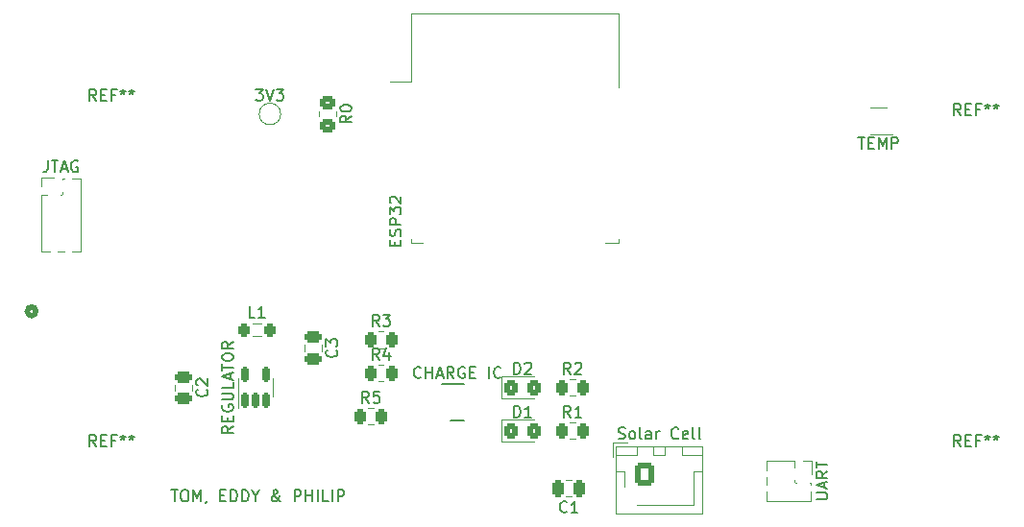
<source format=gto>
G04 #@! TF.GenerationSoftware,KiCad,Pcbnew,7.0.10*
G04 #@! TF.CreationDate,2024-04-08T00:43:02-04:00*
G04 #@! TF.ProjectId,JokerIteration1,4a6f6b65-7249-4746-9572-6174696f6e31,rev?*
G04 #@! TF.SameCoordinates,Original*
G04 #@! TF.FileFunction,Legend,Top*
G04 #@! TF.FilePolarity,Positive*
%FSLAX46Y46*%
G04 Gerber Fmt 4.6, Leading zero omitted, Abs format (unit mm)*
G04 Created by KiCad (PCBNEW 7.0.10) date 2024-04-08 00:43:02*
%MOMM*%
%LPD*%
G01*
G04 APERTURE LIST*
G04 Aperture macros list*
%AMRoundRect*
0 Rectangle with rounded corners*
0 $1 Rounding radius*
0 $2 $3 $4 $5 $6 $7 $8 $9 X,Y pos of 4 corners*
0 Add a 4 corners polygon primitive as box body*
4,1,4,$2,$3,$4,$5,$6,$7,$8,$9,$2,$3,0*
0 Add four circle primitives for the rounded corners*
1,1,$1+$1,$2,$3*
1,1,$1+$1,$4,$5*
1,1,$1+$1,$6,$7*
1,1,$1+$1,$8,$9*
0 Add four rect primitives between the rounded corners*
20,1,$1+$1,$2,$3,$4,$5,0*
20,1,$1+$1,$4,$5,$6,$7,0*
20,1,$1+$1,$6,$7,$8,$9,0*
20,1,$1+$1,$8,$9,$2,$3,0*%
G04 Aperture macros list end*
%ADD10C,0.150000*%
%ADD11C,0.508000*%
%ADD12C,0.120000*%
%ADD13C,2.387600*%
%ADD14C,1.200000*%
%ADD15RoundRect,0.250000X-0.600000X-0.750000X0.600000X-0.750000X0.600000X0.750000X-0.600000X0.750000X0*%
%ADD16O,1.700000X2.000000*%
%ADD17RoundRect,0.250000X0.250000X0.475000X-0.250000X0.475000X-0.250000X-0.475000X0.250000X-0.475000X0*%
%ADD18R,1.000000X1.000000*%
%ADD19O,1.000000X1.000000*%
%ADD20RoundRect,0.250000X-0.262500X-0.450000X0.262500X-0.450000X0.262500X0.450000X-0.262500X0.450000X0*%
%ADD21R,0.500000X0.250000*%
%ADD22R,0.840000X2.400000*%
%ADD23R,0.650000X0.400000*%
%ADD24RoundRect,0.250000X-0.325000X-0.450000X0.325000X-0.450000X0.325000X0.450000X-0.325000X0.450000X0*%
%ADD25C,3.800000*%
%ADD26RoundRect,0.250000X-0.475000X0.250000X-0.475000X-0.250000X0.475000X-0.250000X0.475000X0.250000X0*%
%ADD27C,1.500000*%
%ADD28RoundRect,0.250000X-0.450000X0.350000X-0.450000X-0.350000X0.450000X-0.350000X0.450000X0.350000X0*%
%ADD29RoundRect,0.150000X0.150000X-0.512500X0.150000X0.512500X-0.150000X0.512500X-0.150000X-0.512500X0*%
%ADD30R,1.500000X0.900000*%
%ADD31R,4.000000X4.000000*%
%ADD32RoundRect,0.250000X-0.275000X-0.350000X0.275000X-0.350000X0.275000X0.350000X-0.275000X0.350000X0*%
G04 APERTURE END LIST*
D10*
X85283922Y-122059819D02*
X85855350Y-122059819D01*
X85569636Y-123059819D02*
X85569636Y-122059819D01*
X86379160Y-122059819D02*
X86569636Y-122059819D01*
X86569636Y-122059819D02*
X86664874Y-122107438D01*
X86664874Y-122107438D02*
X86760112Y-122202676D01*
X86760112Y-122202676D02*
X86807731Y-122393152D01*
X86807731Y-122393152D02*
X86807731Y-122726485D01*
X86807731Y-122726485D02*
X86760112Y-122916961D01*
X86760112Y-122916961D02*
X86664874Y-123012200D01*
X86664874Y-123012200D02*
X86569636Y-123059819D01*
X86569636Y-123059819D02*
X86379160Y-123059819D01*
X86379160Y-123059819D02*
X86283922Y-123012200D01*
X86283922Y-123012200D02*
X86188684Y-122916961D01*
X86188684Y-122916961D02*
X86141065Y-122726485D01*
X86141065Y-122726485D02*
X86141065Y-122393152D01*
X86141065Y-122393152D02*
X86188684Y-122202676D01*
X86188684Y-122202676D02*
X86283922Y-122107438D01*
X86283922Y-122107438D02*
X86379160Y-122059819D01*
X87236303Y-123059819D02*
X87236303Y-122059819D01*
X87236303Y-122059819D02*
X87569636Y-122774104D01*
X87569636Y-122774104D02*
X87902969Y-122059819D01*
X87902969Y-122059819D02*
X87902969Y-123059819D01*
X88426779Y-123012200D02*
X88426779Y-123059819D01*
X88426779Y-123059819D02*
X88379160Y-123155057D01*
X88379160Y-123155057D02*
X88331541Y-123202676D01*
X89617255Y-122536009D02*
X89950588Y-122536009D01*
X90093445Y-123059819D02*
X89617255Y-123059819D01*
X89617255Y-123059819D02*
X89617255Y-122059819D01*
X89617255Y-122059819D02*
X90093445Y-122059819D01*
X90522017Y-123059819D02*
X90522017Y-122059819D01*
X90522017Y-122059819D02*
X90760112Y-122059819D01*
X90760112Y-122059819D02*
X90902969Y-122107438D01*
X90902969Y-122107438D02*
X90998207Y-122202676D01*
X90998207Y-122202676D02*
X91045826Y-122297914D01*
X91045826Y-122297914D02*
X91093445Y-122488390D01*
X91093445Y-122488390D02*
X91093445Y-122631247D01*
X91093445Y-122631247D02*
X91045826Y-122821723D01*
X91045826Y-122821723D02*
X90998207Y-122916961D01*
X90998207Y-122916961D02*
X90902969Y-123012200D01*
X90902969Y-123012200D02*
X90760112Y-123059819D01*
X90760112Y-123059819D02*
X90522017Y-123059819D01*
X91522017Y-123059819D02*
X91522017Y-122059819D01*
X91522017Y-122059819D02*
X91760112Y-122059819D01*
X91760112Y-122059819D02*
X91902969Y-122107438D01*
X91902969Y-122107438D02*
X91998207Y-122202676D01*
X91998207Y-122202676D02*
X92045826Y-122297914D01*
X92045826Y-122297914D02*
X92093445Y-122488390D01*
X92093445Y-122488390D02*
X92093445Y-122631247D01*
X92093445Y-122631247D02*
X92045826Y-122821723D01*
X92045826Y-122821723D02*
X91998207Y-122916961D01*
X91998207Y-122916961D02*
X91902969Y-123012200D01*
X91902969Y-123012200D02*
X91760112Y-123059819D01*
X91760112Y-123059819D02*
X91522017Y-123059819D01*
X92712493Y-122583628D02*
X92712493Y-123059819D01*
X92379160Y-122059819D02*
X92712493Y-122583628D01*
X92712493Y-122583628D02*
X93045826Y-122059819D01*
X94950589Y-123059819D02*
X94902970Y-123059819D01*
X94902970Y-123059819D02*
X94807731Y-123012200D01*
X94807731Y-123012200D02*
X94664874Y-122869342D01*
X94664874Y-122869342D02*
X94426779Y-122583628D01*
X94426779Y-122583628D02*
X94331541Y-122440771D01*
X94331541Y-122440771D02*
X94283922Y-122297914D01*
X94283922Y-122297914D02*
X94283922Y-122202676D01*
X94283922Y-122202676D02*
X94331541Y-122107438D01*
X94331541Y-122107438D02*
X94426779Y-122059819D01*
X94426779Y-122059819D02*
X94474398Y-122059819D01*
X94474398Y-122059819D02*
X94569636Y-122107438D01*
X94569636Y-122107438D02*
X94617255Y-122202676D01*
X94617255Y-122202676D02*
X94617255Y-122250295D01*
X94617255Y-122250295D02*
X94569636Y-122345533D01*
X94569636Y-122345533D02*
X94522017Y-122393152D01*
X94522017Y-122393152D02*
X94236303Y-122583628D01*
X94236303Y-122583628D02*
X94188684Y-122631247D01*
X94188684Y-122631247D02*
X94141065Y-122726485D01*
X94141065Y-122726485D02*
X94141065Y-122869342D01*
X94141065Y-122869342D02*
X94188684Y-122964580D01*
X94188684Y-122964580D02*
X94236303Y-123012200D01*
X94236303Y-123012200D02*
X94331541Y-123059819D01*
X94331541Y-123059819D02*
X94474398Y-123059819D01*
X94474398Y-123059819D02*
X94569636Y-123012200D01*
X94569636Y-123012200D02*
X94617255Y-122964580D01*
X94617255Y-122964580D02*
X94760112Y-122774104D01*
X94760112Y-122774104D02*
X94807731Y-122631247D01*
X94807731Y-122631247D02*
X94807731Y-122536009D01*
X96141065Y-123059819D02*
X96141065Y-122059819D01*
X96141065Y-122059819D02*
X96522017Y-122059819D01*
X96522017Y-122059819D02*
X96617255Y-122107438D01*
X96617255Y-122107438D02*
X96664874Y-122155057D01*
X96664874Y-122155057D02*
X96712493Y-122250295D01*
X96712493Y-122250295D02*
X96712493Y-122393152D01*
X96712493Y-122393152D02*
X96664874Y-122488390D01*
X96664874Y-122488390D02*
X96617255Y-122536009D01*
X96617255Y-122536009D02*
X96522017Y-122583628D01*
X96522017Y-122583628D02*
X96141065Y-122583628D01*
X97141065Y-123059819D02*
X97141065Y-122059819D01*
X97141065Y-122536009D02*
X97712493Y-122536009D01*
X97712493Y-123059819D02*
X97712493Y-122059819D01*
X98188684Y-123059819D02*
X98188684Y-122059819D01*
X99141064Y-123059819D02*
X98664874Y-123059819D01*
X98664874Y-123059819D02*
X98664874Y-122059819D01*
X99474398Y-123059819D02*
X99474398Y-122059819D01*
X99950588Y-123059819D02*
X99950588Y-122059819D01*
X99950588Y-122059819D02*
X100331540Y-122059819D01*
X100331540Y-122059819D02*
X100426778Y-122107438D01*
X100426778Y-122107438D02*
X100474397Y-122155057D01*
X100474397Y-122155057D02*
X100522016Y-122250295D01*
X100522016Y-122250295D02*
X100522016Y-122393152D01*
X100522016Y-122393152D02*
X100474397Y-122488390D01*
X100474397Y-122488390D02*
X100426778Y-122536009D01*
X100426778Y-122536009D02*
X100331540Y-122583628D01*
X100331540Y-122583628D02*
X99950588Y-122583628D01*
X124694761Y-117507200D02*
X124837618Y-117554819D01*
X124837618Y-117554819D02*
X125075713Y-117554819D01*
X125075713Y-117554819D02*
X125170951Y-117507200D01*
X125170951Y-117507200D02*
X125218570Y-117459580D01*
X125218570Y-117459580D02*
X125266189Y-117364342D01*
X125266189Y-117364342D02*
X125266189Y-117269104D01*
X125266189Y-117269104D02*
X125218570Y-117173866D01*
X125218570Y-117173866D02*
X125170951Y-117126247D01*
X125170951Y-117126247D02*
X125075713Y-117078628D01*
X125075713Y-117078628D02*
X124885237Y-117031009D01*
X124885237Y-117031009D02*
X124789999Y-116983390D01*
X124789999Y-116983390D02*
X124742380Y-116935771D01*
X124742380Y-116935771D02*
X124694761Y-116840533D01*
X124694761Y-116840533D02*
X124694761Y-116745295D01*
X124694761Y-116745295D02*
X124742380Y-116650057D01*
X124742380Y-116650057D02*
X124789999Y-116602438D01*
X124789999Y-116602438D02*
X124885237Y-116554819D01*
X124885237Y-116554819D02*
X125123332Y-116554819D01*
X125123332Y-116554819D02*
X125266189Y-116602438D01*
X125837618Y-117554819D02*
X125742380Y-117507200D01*
X125742380Y-117507200D02*
X125694761Y-117459580D01*
X125694761Y-117459580D02*
X125647142Y-117364342D01*
X125647142Y-117364342D02*
X125647142Y-117078628D01*
X125647142Y-117078628D02*
X125694761Y-116983390D01*
X125694761Y-116983390D02*
X125742380Y-116935771D01*
X125742380Y-116935771D02*
X125837618Y-116888152D01*
X125837618Y-116888152D02*
X125980475Y-116888152D01*
X125980475Y-116888152D02*
X126075713Y-116935771D01*
X126075713Y-116935771D02*
X126123332Y-116983390D01*
X126123332Y-116983390D02*
X126170951Y-117078628D01*
X126170951Y-117078628D02*
X126170951Y-117364342D01*
X126170951Y-117364342D02*
X126123332Y-117459580D01*
X126123332Y-117459580D02*
X126075713Y-117507200D01*
X126075713Y-117507200D02*
X125980475Y-117554819D01*
X125980475Y-117554819D02*
X125837618Y-117554819D01*
X126742380Y-117554819D02*
X126647142Y-117507200D01*
X126647142Y-117507200D02*
X126599523Y-117411961D01*
X126599523Y-117411961D02*
X126599523Y-116554819D01*
X127551904Y-117554819D02*
X127551904Y-117031009D01*
X127551904Y-117031009D02*
X127504285Y-116935771D01*
X127504285Y-116935771D02*
X127409047Y-116888152D01*
X127409047Y-116888152D02*
X127218571Y-116888152D01*
X127218571Y-116888152D02*
X127123333Y-116935771D01*
X127551904Y-117507200D02*
X127456666Y-117554819D01*
X127456666Y-117554819D02*
X127218571Y-117554819D01*
X127218571Y-117554819D02*
X127123333Y-117507200D01*
X127123333Y-117507200D02*
X127075714Y-117411961D01*
X127075714Y-117411961D02*
X127075714Y-117316723D01*
X127075714Y-117316723D02*
X127123333Y-117221485D01*
X127123333Y-117221485D02*
X127218571Y-117173866D01*
X127218571Y-117173866D02*
X127456666Y-117173866D01*
X127456666Y-117173866D02*
X127551904Y-117126247D01*
X128028095Y-117554819D02*
X128028095Y-116888152D01*
X128028095Y-117078628D02*
X128075714Y-116983390D01*
X128075714Y-116983390D02*
X128123333Y-116935771D01*
X128123333Y-116935771D02*
X128218571Y-116888152D01*
X128218571Y-116888152D02*
X128313809Y-116888152D01*
X129980476Y-117459580D02*
X129932857Y-117507200D01*
X129932857Y-117507200D02*
X129790000Y-117554819D01*
X129790000Y-117554819D02*
X129694762Y-117554819D01*
X129694762Y-117554819D02*
X129551905Y-117507200D01*
X129551905Y-117507200D02*
X129456667Y-117411961D01*
X129456667Y-117411961D02*
X129409048Y-117316723D01*
X129409048Y-117316723D02*
X129361429Y-117126247D01*
X129361429Y-117126247D02*
X129361429Y-116983390D01*
X129361429Y-116983390D02*
X129409048Y-116792914D01*
X129409048Y-116792914D02*
X129456667Y-116697676D01*
X129456667Y-116697676D02*
X129551905Y-116602438D01*
X129551905Y-116602438D02*
X129694762Y-116554819D01*
X129694762Y-116554819D02*
X129790000Y-116554819D01*
X129790000Y-116554819D02*
X129932857Y-116602438D01*
X129932857Y-116602438D02*
X129980476Y-116650057D01*
X130790000Y-117507200D02*
X130694762Y-117554819D01*
X130694762Y-117554819D02*
X130504286Y-117554819D01*
X130504286Y-117554819D02*
X130409048Y-117507200D01*
X130409048Y-117507200D02*
X130361429Y-117411961D01*
X130361429Y-117411961D02*
X130361429Y-117031009D01*
X130361429Y-117031009D02*
X130409048Y-116935771D01*
X130409048Y-116935771D02*
X130504286Y-116888152D01*
X130504286Y-116888152D02*
X130694762Y-116888152D01*
X130694762Y-116888152D02*
X130790000Y-116935771D01*
X130790000Y-116935771D02*
X130837619Y-117031009D01*
X130837619Y-117031009D02*
X130837619Y-117126247D01*
X130837619Y-117126247D02*
X130361429Y-117221485D01*
X131409048Y-117554819D02*
X131313810Y-117507200D01*
X131313810Y-117507200D02*
X131266191Y-117411961D01*
X131266191Y-117411961D02*
X131266191Y-116554819D01*
X131932858Y-117554819D02*
X131837620Y-117507200D01*
X131837620Y-117507200D02*
X131790001Y-117411961D01*
X131790001Y-117411961D02*
X131790001Y-116554819D01*
X120163333Y-123959580D02*
X120115714Y-124007200D01*
X120115714Y-124007200D02*
X119972857Y-124054819D01*
X119972857Y-124054819D02*
X119877619Y-124054819D01*
X119877619Y-124054819D02*
X119734762Y-124007200D01*
X119734762Y-124007200D02*
X119639524Y-123911961D01*
X119639524Y-123911961D02*
X119591905Y-123816723D01*
X119591905Y-123816723D02*
X119544286Y-123626247D01*
X119544286Y-123626247D02*
X119544286Y-123483390D01*
X119544286Y-123483390D02*
X119591905Y-123292914D01*
X119591905Y-123292914D02*
X119639524Y-123197676D01*
X119639524Y-123197676D02*
X119734762Y-123102438D01*
X119734762Y-123102438D02*
X119877619Y-123054819D01*
X119877619Y-123054819D02*
X119972857Y-123054819D01*
X119972857Y-123054819D02*
X120115714Y-123102438D01*
X120115714Y-123102438D02*
X120163333Y-123150057D01*
X121115714Y-124054819D02*
X120544286Y-124054819D01*
X120830000Y-124054819D02*
X120830000Y-123054819D01*
X120830000Y-123054819D02*
X120734762Y-123197676D01*
X120734762Y-123197676D02*
X120639524Y-123292914D01*
X120639524Y-123292914D02*
X120544286Y-123340533D01*
X142119819Y-122880237D02*
X142929342Y-122880237D01*
X142929342Y-122880237D02*
X143024580Y-122832618D01*
X143024580Y-122832618D02*
X143072200Y-122784999D01*
X143072200Y-122784999D02*
X143119819Y-122689761D01*
X143119819Y-122689761D02*
X143119819Y-122499285D01*
X143119819Y-122499285D02*
X143072200Y-122404047D01*
X143072200Y-122404047D02*
X143024580Y-122356428D01*
X143024580Y-122356428D02*
X142929342Y-122308809D01*
X142929342Y-122308809D02*
X142119819Y-122308809D01*
X142834104Y-121880237D02*
X142834104Y-121404047D01*
X143119819Y-121975475D02*
X142119819Y-121642142D01*
X142119819Y-121642142D02*
X143119819Y-121308809D01*
X143119819Y-120404047D02*
X142643628Y-120737380D01*
X143119819Y-120975475D02*
X142119819Y-120975475D01*
X142119819Y-120975475D02*
X142119819Y-120594523D01*
X142119819Y-120594523D02*
X142167438Y-120499285D01*
X142167438Y-120499285D02*
X142215057Y-120451666D01*
X142215057Y-120451666D02*
X142310295Y-120404047D01*
X142310295Y-120404047D02*
X142453152Y-120404047D01*
X142453152Y-120404047D02*
X142548390Y-120451666D01*
X142548390Y-120451666D02*
X142596009Y-120499285D01*
X142596009Y-120499285D02*
X142643628Y-120594523D01*
X142643628Y-120594523D02*
X142643628Y-120975475D01*
X142119819Y-120118332D02*
X142119819Y-119546904D01*
X143119819Y-119832618D02*
X142119819Y-119832618D01*
X103615833Y-110564819D02*
X103282500Y-110088628D01*
X103044405Y-110564819D02*
X103044405Y-109564819D01*
X103044405Y-109564819D02*
X103425357Y-109564819D01*
X103425357Y-109564819D02*
X103520595Y-109612438D01*
X103520595Y-109612438D02*
X103568214Y-109660057D01*
X103568214Y-109660057D02*
X103615833Y-109755295D01*
X103615833Y-109755295D02*
X103615833Y-109898152D01*
X103615833Y-109898152D02*
X103568214Y-109993390D01*
X103568214Y-109993390D02*
X103520595Y-110041009D01*
X103520595Y-110041009D02*
X103425357Y-110088628D01*
X103425357Y-110088628D02*
X103044405Y-110088628D01*
X104472976Y-109898152D02*
X104472976Y-110564819D01*
X104234881Y-109517200D02*
X103996786Y-110231485D01*
X103996786Y-110231485D02*
X104615833Y-110231485D01*
X107275714Y-112109580D02*
X107228095Y-112157200D01*
X107228095Y-112157200D02*
X107085238Y-112204819D01*
X107085238Y-112204819D02*
X106990000Y-112204819D01*
X106990000Y-112204819D02*
X106847143Y-112157200D01*
X106847143Y-112157200D02*
X106751905Y-112061961D01*
X106751905Y-112061961D02*
X106704286Y-111966723D01*
X106704286Y-111966723D02*
X106656667Y-111776247D01*
X106656667Y-111776247D02*
X106656667Y-111633390D01*
X106656667Y-111633390D02*
X106704286Y-111442914D01*
X106704286Y-111442914D02*
X106751905Y-111347676D01*
X106751905Y-111347676D02*
X106847143Y-111252438D01*
X106847143Y-111252438D02*
X106990000Y-111204819D01*
X106990000Y-111204819D02*
X107085238Y-111204819D01*
X107085238Y-111204819D02*
X107228095Y-111252438D01*
X107228095Y-111252438D02*
X107275714Y-111300057D01*
X107704286Y-112204819D02*
X107704286Y-111204819D01*
X107704286Y-111681009D02*
X108275714Y-111681009D01*
X108275714Y-112204819D02*
X108275714Y-111204819D01*
X108704286Y-111919104D02*
X109180476Y-111919104D01*
X108609048Y-112204819D02*
X108942381Y-111204819D01*
X108942381Y-111204819D02*
X109275714Y-112204819D01*
X110180476Y-112204819D02*
X109847143Y-111728628D01*
X109609048Y-112204819D02*
X109609048Y-111204819D01*
X109609048Y-111204819D02*
X109990000Y-111204819D01*
X109990000Y-111204819D02*
X110085238Y-111252438D01*
X110085238Y-111252438D02*
X110132857Y-111300057D01*
X110132857Y-111300057D02*
X110180476Y-111395295D01*
X110180476Y-111395295D02*
X110180476Y-111538152D01*
X110180476Y-111538152D02*
X110132857Y-111633390D01*
X110132857Y-111633390D02*
X110085238Y-111681009D01*
X110085238Y-111681009D02*
X109990000Y-111728628D01*
X109990000Y-111728628D02*
X109609048Y-111728628D01*
X111132857Y-111252438D02*
X111037619Y-111204819D01*
X111037619Y-111204819D02*
X110894762Y-111204819D01*
X110894762Y-111204819D02*
X110751905Y-111252438D01*
X110751905Y-111252438D02*
X110656667Y-111347676D01*
X110656667Y-111347676D02*
X110609048Y-111442914D01*
X110609048Y-111442914D02*
X110561429Y-111633390D01*
X110561429Y-111633390D02*
X110561429Y-111776247D01*
X110561429Y-111776247D02*
X110609048Y-111966723D01*
X110609048Y-111966723D02*
X110656667Y-112061961D01*
X110656667Y-112061961D02*
X110751905Y-112157200D01*
X110751905Y-112157200D02*
X110894762Y-112204819D01*
X110894762Y-112204819D02*
X110990000Y-112204819D01*
X110990000Y-112204819D02*
X111132857Y-112157200D01*
X111132857Y-112157200D02*
X111180476Y-112109580D01*
X111180476Y-112109580D02*
X111180476Y-111776247D01*
X111180476Y-111776247D02*
X110990000Y-111776247D01*
X111609048Y-111681009D02*
X111942381Y-111681009D01*
X112085238Y-112204819D02*
X111609048Y-112204819D01*
X111609048Y-112204819D02*
X111609048Y-111204819D01*
X111609048Y-111204819D02*
X112085238Y-111204819D01*
X113275715Y-112204819D02*
X113275715Y-111204819D01*
X114323333Y-112109580D02*
X114275714Y-112157200D01*
X114275714Y-112157200D02*
X114132857Y-112204819D01*
X114132857Y-112204819D02*
X114037619Y-112204819D01*
X114037619Y-112204819D02*
X113894762Y-112157200D01*
X113894762Y-112157200D02*
X113799524Y-112061961D01*
X113799524Y-112061961D02*
X113751905Y-111966723D01*
X113751905Y-111966723D02*
X113704286Y-111776247D01*
X113704286Y-111776247D02*
X113704286Y-111633390D01*
X113704286Y-111633390D02*
X113751905Y-111442914D01*
X113751905Y-111442914D02*
X113799524Y-111347676D01*
X113799524Y-111347676D02*
X113894762Y-111252438D01*
X113894762Y-111252438D02*
X114037619Y-111204819D01*
X114037619Y-111204819D02*
X114132857Y-111204819D01*
X114132857Y-111204819D02*
X114275714Y-111252438D01*
X114275714Y-111252438D02*
X114323333Y-111300057D01*
X74398333Y-93009819D02*
X74398333Y-93724104D01*
X74398333Y-93724104D02*
X74350714Y-93866961D01*
X74350714Y-93866961D02*
X74255476Y-93962200D01*
X74255476Y-93962200D02*
X74112619Y-94009819D01*
X74112619Y-94009819D02*
X74017381Y-94009819D01*
X74731667Y-93009819D02*
X75303095Y-93009819D01*
X75017381Y-94009819D02*
X75017381Y-93009819D01*
X75588810Y-93724104D02*
X76065000Y-93724104D01*
X75493572Y-94009819D02*
X75826905Y-93009819D01*
X75826905Y-93009819D02*
X76160238Y-94009819D01*
X77017381Y-93057438D02*
X76922143Y-93009819D01*
X76922143Y-93009819D02*
X76779286Y-93009819D01*
X76779286Y-93009819D02*
X76636429Y-93057438D01*
X76636429Y-93057438D02*
X76541191Y-93152676D01*
X76541191Y-93152676D02*
X76493572Y-93247914D01*
X76493572Y-93247914D02*
X76445953Y-93438390D01*
X76445953Y-93438390D02*
X76445953Y-93581247D01*
X76445953Y-93581247D02*
X76493572Y-93771723D01*
X76493572Y-93771723D02*
X76541191Y-93866961D01*
X76541191Y-93866961D02*
X76636429Y-93962200D01*
X76636429Y-93962200D02*
X76779286Y-94009819D01*
X76779286Y-94009819D02*
X76874524Y-94009819D01*
X76874524Y-94009819D02*
X77017381Y-93962200D01*
X77017381Y-93962200D02*
X77065000Y-93914580D01*
X77065000Y-93914580D02*
X77065000Y-93581247D01*
X77065000Y-93581247D02*
X76874524Y-93581247D01*
X145830476Y-90974819D02*
X146401904Y-90974819D01*
X146116190Y-91974819D02*
X146116190Y-90974819D01*
X146735238Y-91451009D02*
X147068571Y-91451009D01*
X147211428Y-91974819D02*
X146735238Y-91974819D01*
X146735238Y-91974819D02*
X146735238Y-90974819D01*
X146735238Y-90974819D02*
X147211428Y-90974819D01*
X147640000Y-91974819D02*
X147640000Y-90974819D01*
X147640000Y-90974819D02*
X147973333Y-91689104D01*
X147973333Y-91689104D02*
X148306666Y-90974819D01*
X148306666Y-90974819D02*
X148306666Y-91974819D01*
X148782857Y-91974819D02*
X148782857Y-90974819D01*
X148782857Y-90974819D02*
X149163809Y-90974819D01*
X149163809Y-90974819D02*
X149259047Y-91022438D01*
X149259047Y-91022438D02*
X149306666Y-91070057D01*
X149306666Y-91070057D02*
X149354285Y-91165295D01*
X149354285Y-91165295D02*
X149354285Y-91308152D01*
X149354285Y-91308152D02*
X149306666Y-91403390D01*
X149306666Y-91403390D02*
X149259047Y-91451009D01*
X149259047Y-91451009D02*
X149163809Y-91498628D01*
X149163809Y-91498628D02*
X148782857Y-91498628D01*
X115499405Y-115644819D02*
X115499405Y-114644819D01*
X115499405Y-114644819D02*
X115737500Y-114644819D01*
X115737500Y-114644819D02*
X115880357Y-114692438D01*
X115880357Y-114692438D02*
X115975595Y-114787676D01*
X115975595Y-114787676D02*
X116023214Y-114882914D01*
X116023214Y-114882914D02*
X116070833Y-115073390D01*
X116070833Y-115073390D02*
X116070833Y-115216247D01*
X116070833Y-115216247D02*
X116023214Y-115406723D01*
X116023214Y-115406723D02*
X115975595Y-115501961D01*
X115975595Y-115501961D02*
X115880357Y-115597200D01*
X115880357Y-115597200D02*
X115737500Y-115644819D01*
X115737500Y-115644819D02*
X115499405Y-115644819D01*
X117023214Y-115644819D02*
X116451786Y-115644819D01*
X116737500Y-115644819D02*
X116737500Y-114644819D01*
X116737500Y-114644819D02*
X116642262Y-114787676D01*
X116642262Y-114787676D02*
X116547024Y-114882914D01*
X116547024Y-114882914D02*
X116451786Y-114930533D01*
X78676666Y-118204819D02*
X78343333Y-117728628D01*
X78105238Y-118204819D02*
X78105238Y-117204819D01*
X78105238Y-117204819D02*
X78486190Y-117204819D01*
X78486190Y-117204819D02*
X78581428Y-117252438D01*
X78581428Y-117252438D02*
X78629047Y-117300057D01*
X78629047Y-117300057D02*
X78676666Y-117395295D01*
X78676666Y-117395295D02*
X78676666Y-117538152D01*
X78676666Y-117538152D02*
X78629047Y-117633390D01*
X78629047Y-117633390D02*
X78581428Y-117681009D01*
X78581428Y-117681009D02*
X78486190Y-117728628D01*
X78486190Y-117728628D02*
X78105238Y-117728628D01*
X79105238Y-117681009D02*
X79438571Y-117681009D01*
X79581428Y-118204819D02*
X79105238Y-118204819D01*
X79105238Y-118204819D02*
X79105238Y-117204819D01*
X79105238Y-117204819D02*
X79581428Y-117204819D01*
X80343333Y-117681009D02*
X80010000Y-117681009D01*
X80010000Y-118204819D02*
X80010000Y-117204819D01*
X80010000Y-117204819D02*
X80486190Y-117204819D01*
X81010000Y-117204819D02*
X81010000Y-117442914D01*
X80771905Y-117347676D02*
X81010000Y-117442914D01*
X81010000Y-117442914D02*
X81248095Y-117347676D01*
X80867143Y-117633390D02*
X81010000Y-117442914D01*
X81010000Y-117442914D02*
X81152857Y-117633390D01*
X81771905Y-117204819D02*
X81771905Y-117442914D01*
X81533810Y-117347676D02*
X81771905Y-117442914D01*
X81771905Y-117442914D02*
X82010000Y-117347676D01*
X81629048Y-117633390D02*
X81771905Y-117442914D01*
X81771905Y-117442914D02*
X81914762Y-117633390D01*
X154876666Y-118204819D02*
X154543333Y-117728628D01*
X154305238Y-118204819D02*
X154305238Y-117204819D01*
X154305238Y-117204819D02*
X154686190Y-117204819D01*
X154686190Y-117204819D02*
X154781428Y-117252438D01*
X154781428Y-117252438D02*
X154829047Y-117300057D01*
X154829047Y-117300057D02*
X154876666Y-117395295D01*
X154876666Y-117395295D02*
X154876666Y-117538152D01*
X154876666Y-117538152D02*
X154829047Y-117633390D01*
X154829047Y-117633390D02*
X154781428Y-117681009D01*
X154781428Y-117681009D02*
X154686190Y-117728628D01*
X154686190Y-117728628D02*
X154305238Y-117728628D01*
X155305238Y-117681009D02*
X155638571Y-117681009D01*
X155781428Y-118204819D02*
X155305238Y-118204819D01*
X155305238Y-118204819D02*
X155305238Y-117204819D01*
X155305238Y-117204819D02*
X155781428Y-117204819D01*
X156543333Y-117681009D02*
X156210000Y-117681009D01*
X156210000Y-118204819D02*
X156210000Y-117204819D01*
X156210000Y-117204819D02*
X156686190Y-117204819D01*
X157210000Y-117204819D02*
X157210000Y-117442914D01*
X156971905Y-117347676D02*
X157210000Y-117442914D01*
X157210000Y-117442914D02*
X157448095Y-117347676D01*
X157067143Y-117633390D02*
X157210000Y-117442914D01*
X157210000Y-117442914D02*
X157352857Y-117633390D01*
X157971905Y-117204819D02*
X157971905Y-117442914D01*
X157733810Y-117347676D02*
X157971905Y-117442914D01*
X157971905Y-117442914D02*
X158210000Y-117347676D01*
X157829048Y-117633390D02*
X157971905Y-117442914D01*
X157971905Y-117442914D02*
X158114762Y-117633390D01*
X120483333Y-115644819D02*
X120150000Y-115168628D01*
X119911905Y-115644819D02*
X119911905Y-114644819D01*
X119911905Y-114644819D02*
X120292857Y-114644819D01*
X120292857Y-114644819D02*
X120388095Y-114692438D01*
X120388095Y-114692438D02*
X120435714Y-114740057D01*
X120435714Y-114740057D02*
X120483333Y-114835295D01*
X120483333Y-114835295D02*
X120483333Y-114978152D01*
X120483333Y-114978152D02*
X120435714Y-115073390D01*
X120435714Y-115073390D02*
X120388095Y-115121009D01*
X120388095Y-115121009D02*
X120292857Y-115168628D01*
X120292857Y-115168628D02*
X119911905Y-115168628D01*
X121435714Y-115644819D02*
X120864286Y-115644819D01*
X121150000Y-115644819D02*
X121150000Y-114644819D01*
X121150000Y-114644819D02*
X121054762Y-114787676D01*
X121054762Y-114787676D02*
X120959524Y-114882914D01*
X120959524Y-114882914D02*
X120864286Y-114930533D01*
X99829580Y-109706666D02*
X99877200Y-109754285D01*
X99877200Y-109754285D02*
X99924819Y-109897142D01*
X99924819Y-109897142D02*
X99924819Y-109992380D01*
X99924819Y-109992380D02*
X99877200Y-110135237D01*
X99877200Y-110135237D02*
X99781961Y-110230475D01*
X99781961Y-110230475D02*
X99686723Y-110278094D01*
X99686723Y-110278094D02*
X99496247Y-110325713D01*
X99496247Y-110325713D02*
X99353390Y-110325713D01*
X99353390Y-110325713D02*
X99162914Y-110278094D01*
X99162914Y-110278094D02*
X99067676Y-110230475D01*
X99067676Y-110230475D02*
X98972438Y-110135237D01*
X98972438Y-110135237D02*
X98924819Y-109992380D01*
X98924819Y-109992380D02*
X98924819Y-109897142D01*
X98924819Y-109897142D02*
X98972438Y-109754285D01*
X98972438Y-109754285D02*
X99020057Y-109706666D01*
X98924819Y-109373332D02*
X98924819Y-108754285D01*
X98924819Y-108754285D02*
X99305771Y-109087618D01*
X99305771Y-109087618D02*
X99305771Y-108944761D01*
X99305771Y-108944761D02*
X99353390Y-108849523D01*
X99353390Y-108849523D02*
X99401009Y-108801904D01*
X99401009Y-108801904D02*
X99496247Y-108754285D01*
X99496247Y-108754285D02*
X99734342Y-108754285D01*
X99734342Y-108754285D02*
X99829580Y-108801904D01*
X99829580Y-108801904D02*
X99877200Y-108849523D01*
X99877200Y-108849523D02*
X99924819Y-108944761D01*
X99924819Y-108944761D02*
X99924819Y-109230475D01*
X99924819Y-109230475D02*
X99877200Y-109325713D01*
X99877200Y-109325713D02*
X99829580Y-109373332D01*
X92741905Y-86706819D02*
X93360952Y-86706819D01*
X93360952Y-86706819D02*
X93027619Y-87087771D01*
X93027619Y-87087771D02*
X93170476Y-87087771D01*
X93170476Y-87087771D02*
X93265714Y-87135390D01*
X93265714Y-87135390D02*
X93313333Y-87183009D01*
X93313333Y-87183009D02*
X93360952Y-87278247D01*
X93360952Y-87278247D02*
X93360952Y-87516342D01*
X93360952Y-87516342D02*
X93313333Y-87611580D01*
X93313333Y-87611580D02*
X93265714Y-87659200D01*
X93265714Y-87659200D02*
X93170476Y-87706819D01*
X93170476Y-87706819D02*
X92884762Y-87706819D01*
X92884762Y-87706819D02*
X92789524Y-87659200D01*
X92789524Y-87659200D02*
X92741905Y-87611580D01*
X93646667Y-86706819D02*
X93980000Y-87706819D01*
X93980000Y-87706819D02*
X94313333Y-86706819D01*
X94551429Y-86706819D02*
X95170476Y-86706819D01*
X95170476Y-86706819D02*
X94837143Y-87087771D01*
X94837143Y-87087771D02*
X94980000Y-87087771D01*
X94980000Y-87087771D02*
X95075238Y-87135390D01*
X95075238Y-87135390D02*
X95122857Y-87183009D01*
X95122857Y-87183009D02*
X95170476Y-87278247D01*
X95170476Y-87278247D02*
X95170476Y-87516342D01*
X95170476Y-87516342D02*
X95122857Y-87611580D01*
X95122857Y-87611580D02*
X95075238Y-87659200D01*
X95075238Y-87659200D02*
X94980000Y-87706819D01*
X94980000Y-87706819D02*
X94694286Y-87706819D01*
X94694286Y-87706819D02*
X94599048Y-87659200D01*
X94599048Y-87659200D02*
X94551429Y-87611580D01*
X78676666Y-87724819D02*
X78343333Y-87248628D01*
X78105238Y-87724819D02*
X78105238Y-86724819D01*
X78105238Y-86724819D02*
X78486190Y-86724819D01*
X78486190Y-86724819D02*
X78581428Y-86772438D01*
X78581428Y-86772438D02*
X78629047Y-86820057D01*
X78629047Y-86820057D02*
X78676666Y-86915295D01*
X78676666Y-86915295D02*
X78676666Y-87058152D01*
X78676666Y-87058152D02*
X78629047Y-87153390D01*
X78629047Y-87153390D02*
X78581428Y-87201009D01*
X78581428Y-87201009D02*
X78486190Y-87248628D01*
X78486190Y-87248628D02*
X78105238Y-87248628D01*
X79105238Y-87201009D02*
X79438571Y-87201009D01*
X79581428Y-87724819D02*
X79105238Y-87724819D01*
X79105238Y-87724819D02*
X79105238Y-86724819D01*
X79105238Y-86724819D02*
X79581428Y-86724819D01*
X80343333Y-87201009D02*
X80010000Y-87201009D01*
X80010000Y-87724819D02*
X80010000Y-86724819D01*
X80010000Y-86724819D02*
X80486190Y-86724819D01*
X81010000Y-86724819D02*
X81010000Y-86962914D01*
X80771905Y-86867676D02*
X81010000Y-86962914D01*
X81010000Y-86962914D02*
X81248095Y-86867676D01*
X80867143Y-87153390D02*
X81010000Y-86962914D01*
X81010000Y-86962914D02*
X81152857Y-87153390D01*
X81771905Y-86724819D02*
X81771905Y-86962914D01*
X81533810Y-86867676D02*
X81771905Y-86962914D01*
X81771905Y-86962914D02*
X82010000Y-86867676D01*
X81629048Y-87153390D02*
X81771905Y-86962914D01*
X81771905Y-86962914D02*
X81914762Y-87153390D01*
X101164819Y-89066666D02*
X100688628Y-89399999D01*
X101164819Y-89638094D02*
X100164819Y-89638094D01*
X100164819Y-89638094D02*
X100164819Y-89257142D01*
X100164819Y-89257142D02*
X100212438Y-89161904D01*
X100212438Y-89161904D02*
X100260057Y-89114285D01*
X100260057Y-89114285D02*
X100355295Y-89066666D01*
X100355295Y-89066666D02*
X100498152Y-89066666D01*
X100498152Y-89066666D02*
X100593390Y-89114285D01*
X100593390Y-89114285D02*
X100641009Y-89161904D01*
X100641009Y-89161904D02*
X100688628Y-89257142D01*
X100688628Y-89257142D02*
X100688628Y-89638094D01*
X100164819Y-88447618D02*
X100164819Y-88352380D01*
X100164819Y-88352380D02*
X100212438Y-88257142D01*
X100212438Y-88257142D02*
X100260057Y-88209523D01*
X100260057Y-88209523D02*
X100355295Y-88161904D01*
X100355295Y-88161904D02*
X100545771Y-88114285D01*
X100545771Y-88114285D02*
X100783866Y-88114285D01*
X100783866Y-88114285D02*
X100974342Y-88161904D01*
X100974342Y-88161904D02*
X101069580Y-88209523D01*
X101069580Y-88209523D02*
X101117200Y-88257142D01*
X101117200Y-88257142D02*
X101164819Y-88352380D01*
X101164819Y-88352380D02*
X101164819Y-88447618D01*
X101164819Y-88447618D02*
X101117200Y-88542856D01*
X101117200Y-88542856D02*
X101069580Y-88590475D01*
X101069580Y-88590475D02*
X100974342Y-88638094D01*
X100974342Y-88638094D02*
X100783866Y-88685713D01*
X100783866Y-88685713D02*
X100545771Y-88685713D01*
X100545771Y-88685713D02*
X100355295Y-88638094D01*
X100355295Y-88638094D02*
X100260057Y-88590475D01*
X100260057Y-88590475D02*
X100212438Y-88542856D01*
X100212438Y-88542856D02*
X100164819Y-88447618D01*
X154876666Y-88994819D02*
X154543333Y-88518628D01*
X154305238Y-88994819D02*
X154305238Y-87994819D01*
X154305238Y-87994819D02*
X154686190Y-87994819D01*
X154686190Y-87994819D02*
X154781428Y-88042438D01*
X154781428Y-88042438D02*
X154829047Y-88090057D01*
X154829047Y-88090057D02*
X154876666Y-88185295D01*
X154876666Y-88185295D02*
X154876666Y-88328152D01*
X154876666Y-88328152D02*
X154829047Y-88423390D01*
X154829047Y-88423390D02*
X154781428Y-88471009D01*
X154781428Y-88471009D02*
X154686190Y-88518628D01*
X154686190Y-88518628D02*
X154305238Y-88518628D01*
X155305238Y-88471009D02*
X155638571Y-88471009D01*
X155781428Y-88994819D02*
X155305238Y-88994819D01*
X155305238Y-88994819D02*
X155305238Y-87994819D01*
X155305238Y-87994819D02*
X155781428Y-87994819D01*
X156543333Y-88471009D02*
X156210000Y-88471009D01*
X156210000Y-88994819D02*
X156210000Y-87994819D01*
X156210000Y-87994819D02*
X156686190Y-87994819D01*
X157210000Y-87994819D02*
X157210000Y-88232914D01*
X156971905Y-88137676D02*
X157210000Y-88232914D01*
X157210000Y-88232914D02*
X157448095Y-88137676D01*
X157067143Y-88423390D02*
X157210000Y-88232914D01*
X157210000Y-88232914D02*
X157352857Y-88423390D01*
X157971905Y-87994819D02*
X157971905Y-88232914D01*
X157733810Y-88137676D02*
X157971905Y-88232914D01*
X157971905Y-88232914D02*
X158210000Y-88137676D01*
X157829048Y-88423390D02*
X157971905Y-88232914D01*
X157971905Y-88232914D02*
X158114762Y-88423390D01*
X102703333Y-114374819D02*
X102370000Y-113898628D01*
X102131905Y-114374819D02*
X102131905Y-113374819D01*
X102131905Y-113374819D02*
X102512857Y-113374819D01*
X102512857Y-113374819D02*
X102608095Y-113422438D01*
X102608095Y-113422438D02*
X102655714Y-113470057D01*
X102655714Y-113470057D02*
X102703333Y-113565295D01*
X102703333Y-113565295D02*
X102703333Y-113708152D01*
X102703333Y-113708152D02*
X102655714Y-113803390D01*
X102655714Y-113803390D02*
X102608095Y-113851009D01*
X102608095Y-113851009D02*
X102512857Y-113898628D01*
X102512857Y-113898628D02*
X102131905Y-113898628D01*
X103608095Y-113374819D02*
X103131905Y-113374819D01*
X103131905Y-113374819D02*
X103084286Y-113851009D01*
X103084286Y-113851009D02*
X103131905Y-113803390D01*
X103131905Y-113803390D02*
X103227143Y-113755771D01*
X103227143Y-113755771D02*
X103465238Y-113755771D01*
X103465238Y-113755771D02*
X103560476Y-113803390D01*
X103560476Y-113803390D02*
X103608095Y-113851009D01*
X103608095Y-113851009D02*
X103655714Y-113946247D01*
X103655714Y-113946247D02*
X103655714Y-114184342D01*
X103655714Y-114184342D02*
X103608095Y-114279580D01*
X103608095Y-114279580D02*
X103560476Y-114327200D01*
X103560476Y-114327200D02*
X103465238Y-114374819D01*
X103465238Y-114374819D02*
X103227143Y-114374819D01*
X103227143Y-114374819D02*
X103131905Y-114327200D01*
X103131905Y-114327200D02*
X103084286Y-114279580D01*
X103615833Y-107614819D02*
X103282500Y-107138628D01*
X103044405Y-107614819D02*
X103044405Y-106614819D01*
X103044405Y-106614819D02*
X103425357Y-106614819D01*
X103425357Y-106614819D02*
X103520595Y-106662438D01*
X103520595Y-106662438D02*
X103568214Y-106710057D01*
X103568214Y-106710057D02*
X103615833Y-106805295D01*
X103615833Y-106805295D02*
X103615833Y-106948152D01*
X103615833Y-106948152D02*
X103568214Y-107043390D01*
X103568214Y-107043390D02*
X103520595Y-107091009D01*
X103520595Y-107091009D02*
X103425357Y-107138628D01*
X103425357Y-107138628D02*
X103044405Y-107138628D01*
X103949167Y-106614819D02*
X104568214Y-106614819D01*
X104568214Y-106614819D02*
X104234881Y-106995771D01*
X104234881Y-106995771D02*
X104377738Y-106995771D01*
X104377738Y-106995771D02*
X104472976Y-107043390D01*
X104472976Y-107043390D02*
X104520595Y-107091009D01*
X104520595Y-107091009D02*
X104568214Y-107186247D01*
X104568214Y-107186247D02*
X104568214Y-107424342D01*
X104568214Y-107424342D02*
X104520595Y-107519580D01*
X104520595Y-107519580D02*
X104472976Y-107567200D01*
X104472976Y-107567200D02*
X104377738Y-107614819D01*
X104377738Y-107614819D02*
X104092024Y-107614819D01*
X104092024Y-107614819D02*
X103996786Y-107567200D01*
X103996786Y-107567200D02*
X103949167Y-107519580D01*
X90764819Y-116434762D02*
X90288628Y-116768095D01*
X90764819Y-117006190D02*
X89764819Y-117006190D01*
X89764819Y-117006190D02*
X89764819Y-116625238D01*
X89764819Y-116625238D02*
X89812438Y-116530000D01*
X89812438Y-116530000D02*
X89860057Y-116482381D01*
X89860057Y-116482381D02*
X89955295Y-116434762D01*
X89955295Y-116434762D02*
X90098152Y-116434762D01*
X90098152Y-116434762D02*
X90193390Y-116482381D01*
X90193390Y-116482381D02*
X90241009Y-116530000D01*
X90241009Y-116530000D02*
X90288628Y-116625238D01*
X90288628Y-116625238D02*
X90288628Y-117006190D01*
X90241009Y-116006190D02*
X90241009Y-115672857D01*
X90764819Y-115530000D02*
X90764819Y-116006190D01*
X90764819Y-116006190D02*
X89764819Y-116006190D01*
X89764819Y-116006190D02*
X89764819Y-115530000D01*
X89812438Y-114577619D02*
X89764819Y-114672857D01*
X89764819Y-114672857D02*
X89764819Y-114815714D01*
X89764819Y-114815714D02*
X89812438Y-114958571D01*
X89812438Y-114958571D02*
X89907676Y-115053809D01*
X89907676Y-115053809D02*
X90002914Y-115101428D01*
X90002914Y-115101428D02*
X90193390Y-115149047D01*
X90193390Y-115149047D02*
X90336247Y-115149047D01*
X90336247Y-115149047D02*
X90526723Y-115101428D01*
X90526723Y-115101428D02*
X90621961Y-115053809D01*
X90621961Y-115053809D02*
X90717200Y-114958571D01*
X90717200Y-114958571D02*
X90764819Y-114815714D01*
X90764819Y-114815714D02*
X90764819Y-114720476D01*
X90764819Y-114720476D02*
X90717200Y-114577619D01*
X90717200Y-114577619D02*
X90669580Y-114530000D01*
X90669580Y-114530000D02*
X90336247Y-114530000D01*
X90336247Y-114530000D02*
X90336247Y-114720476D01*
X89764819Y-114101428D02*
X90574342Y-114101428D01*
X90574342Y-114101428D02*
X90669580Y-114053809D01*
X90669580Y-114053809D02*
X90717200Y-114006190D01*
X90717200Y-114006190D02*
X90764819Y-113910952D01*
X90764819Y-113910952D02*
X90764819Y-113720476D01*
X90764819Y-113720476D02*
X90717200Y-113625238D01*
X90717200Y-113625238D02*
X90669580Y-113577619D01*
X90669580Y-113577619D02*
X90574342Y-113530000D01*
X90574342Y-113530000D02*
X89764819Y-113530000D01*
X90764819Y-112577619D02*
X90764819Y-113053809D01*
X90764819Y-113053809D02*
X89764819Y-113053809D01*
X90479104Y-112291904D02*
X90479104Y-111815714D01*
X90764819Y-112387142D02*
X89764819Y-112053809D01*
X89764819Y-112053809D02*
X90764819Y-111720476D01*
X89764819Y-111529999D02*
X89764819Y-110958571D01*
X90764819Y-111244285D02*
X89764819Y-111244285D01*
X89764819Y-110434761D02*
X89764819Y-110244285D01*
X89764819Y-110244285D02*
X89812438Y-110149047D01*
X89812438Y-110149047D02*
X89907676Y-110053809D01*
X89907676Y-110053809D02*
X90098152Y-110006190D01*
X90098152Y-110006190D02*
X90431485Y-110006190D01*
X90431485Y-110006190D02*
X90621961Y-110053809D01*
X90621961Y-110053809D02*
X90717200Y-110149047D01*
X90717200Y-110149047D02*
X90764819Y-110244285D01*
X90764819Y-110244285D02*
X90764819Y-110434761D01*
X90764819Y-110434761D02*
X90717200Y-110529999D01*
X90717200Y-110529999D02*
X90621961Y-110625237D01*
X90621961Y-110625237D02*
X90431485Y-110672856D01*
X90431485Y-110672856D02*
X90098152Y-110672856D01*
X90098152Y-110672856D02*
X89907676Y-110625237D01*
X89907676Y-110625237D02*
X89812438Y-110529999D01*
X89812438Y-110529999D02*
X89764819Y-110434761D01*
X90764819Y-109006190D02*
X90288628Y-109339523D01*
X90764819Y-109577618D02*
X89764819Y-109577618D01*
X89764819Y-109577618D02*
X89764819Y-109196666D01*
X89764819Y-109196666D02*
X89812438Y-109101428D01*
X89812438Y-109101428D02*
X89860057Y-109053809D01*
X89860057Y-109053809D02*
X89955295Y-109006190D01*
X89955295Y-109006190D02*
X90098152Y-109006190D01*
X90098152Y-109006190D02*
X90193390Y-109053809D01*
X90193390Y-109053809D02*
X90241009Y-109101428D01*
X90241009Y-109101428D02*
X90288628Y-109196666D01*
X90288628Y-109196666D02*
X90288628Y-109577618D01*
X120483333Y-111834819D02*
X120150000Y-111358628D01*
X119911905Y-111834819D02*
X119911905Y-110834819D01*
X119911905Y-110834819D02*
X120292857Y-110834819D01*
X120292857Y-110834819D02*
X120388095Y-110882438D01*
X120388095Y-110882438D02*
X120435714Y-110930057D01*
X120435714Y-110930057D02*
X120483333Y-111025295D01*
X120483333Y-111025295D02*
X120483333Y-111168152D01*
X120483333Y-111168152D02*
X120435714Y-111263390D01*
X120435714Y-111263390D02*
X120388095Y-111311009D01*
X120388095Y-111311009D02*
X120292857Y-111358628D01*
X120292857Y-111358628D02*
X119911905Y-111358628D01*
X120864286Y-110930057D02*
X120911905Y-110882438D01*
X120911905Y-110882438D02*
X121007143Y-110834819D01*
X121007143Y-110834819D02*
X121245238Y-110834819D01*
X121245238Y-110834819D02*
X121340476Y-110882438D01*
X121340476Y-110882438D02*
X121388095Y-110930057D01*
X121388095Y-110930057D02*
X121435714Y-111025295D01*
X121435714Y-111025295D02*
X121435714Y-111120533D01*
X121435714Y-111120533D02*
X121388095Y-111263390D01*
X121388095Y-111263390D02*
X120816667Y-111834819D01*
X120816667Y-111834819D02*
X121435714Y-111834819D01*
X105001009Y-100502856D02*
X105001009Y-100169523D01*
X105524819Y-100026666D02*
X105524819Y-100502856D01*
X105524819Y-100502856D02*
X104524819Y-100502856D01*
X104524819Y-100502856D02*
X104524819Y-100026666D01*
X105477200Y-99645713D02*
X105524819Y-99502856D01*
X105524819Y-99502856D02*
X105524819Y-99264761D01*
X105524819Y-99264761D02*
X105477200Y-99169523D01*
X105477200Y-99169523D02*
X105429580Y-99121904D01*
X105429580Y-99121904D02*
X105334342Y-99074285D01*
X105334342Y-99074285D02*
X105239104Y-99074285D01*
X105239104Y-99074285D02*
X105143866Y-99121904D01*
X105143866Y-99121904D02*
X105096247Y-99169523D01*
X105096247Y-99169523D02*
X105048628Y-99264761D01*
X105048628Y-99264761D02*
X105001009Y-99455237D01*
X105001009Y-99455237D02*
X104953390Y-99550475D01*
X104953390Y-99550475D02*
X104905771Y-99598094D01*
X104905771Y-99598094D02*
X104810533Y-99645713D01*
X104810533Y-99645713D02*
X104715295Y-99645713D01*
X104715295Y-99645713D02*
X104620057Y-99598094D01*
X104620057Y-99598094D02*
X104572438Y-99550475D01*
X104572438Y-99550475D02*
X104524819Y-99455237D01*
X104524819Y-99455237D02*
X104524819Y-99217142D01*
X104524819Y-99217142D02*
X104572438Y-99074285D01*
X105524819Y-98645713D02*
X104524819Y-98645713D01*
X104524819Y-98645713D02*
X104524819Y-98264761D01*
X104524819Y-98264761D02*
X104572438Y-98169523D01*
X104572438Y-98169523D02*
X104620057Y-98121904D01*
X104620057Y-98121904D02*
X104715295Y-98074285D01*
X104715295Y-98074285D02*
X104858152Y-98074285D01*
X104858152Y-98074285D02*
X104953390Y-98121904D01*
X104953390Y-98121904D02*
X105001009Y-98169523D01*
X105001009Y-98169523D02*
X105048628Y-98264761D01*
X105048628Y-98264761D02*
X105048628Y-98645713D01*
X104524819Y-97740951D02*
X104524819Y-97121904D01*
X104524819Y-97121904D02*
X104905771Y-97455237D01*
X104905771Y-97455237D02*
X104905771Y-97312380D01*
X104905771Y-97312380D02*
X104953390Y-97217142D01*
X104953390Y-97217142D02*
X105001009Y-97169523D01*
X105001009Y-97169523D02*
X105096247Y-97121904D01*
X105096247Y-97121904D02*
X105334342Y-97121904D01*
X105334342Y-97121904D02*
X105429580Y-97169523D01*
X105429580Y-97169523D02*
X105477200Y-97217142D01*
X105477200Y-97217142D02*
X105524819Y-97312380D01*
X105524819Y-97312380D02*
X105524819Y-97598094D01*
X105524819Y-97598094D02*
X105477200Y-97693332D01*
X105477200Y-97693332D02*
X105429580Y-97740951D01*
X104620057Y-96740951D02*
X104572438Y-96693332D01*
X104572438Y-96693332D02*
X104524819Y-96598094D01*
X104524819Y-96598094D02*
X104524819Y-96359999D01*
X104524819Y-96359999D02*
X104572438Y-96264761D01*
X104572438Y-96264761D02*
X104620057Y-96217142D01*
X104620057Y-96217142D02*
X104715295Y-96169523D01*
X104715295Y-96169523D02*
X104810533Y-96169523D01*
X104810533Y-96169523D02*
X104953390Y-96217142D01*
X104953390Y-96217142D02*
X105524819Y-96788570D01*
X105524819Y-96788570D02*
X105524819Y-96169523D01*
X92663333Y-106854819D02*
X92187143Y-106854819D01*
X92187143Y-106854819D02*
X92187143Y-105854819D01*
X93520476Y-106854819D02*
X92949048Y-106854819D01*
X93234762Y-106854819D02*
X93234762Y-105854819D01*
X93234762Y-105854819D02*
X93139524Y-105997676D01*
X93139524Y-105997676D02*
X93044286Y-106092914D01*
X93044286Y-106092914D02*
X92949048Y-106140533D01*
X88399580Y-113196666D02*
X88447200Y-113244285D01*
X88447200Y-113244285D02*
X88494819Y-113387142D01*
X88494819Y-113387142D02*
X88494819Y-113482380D01*
X88494819Y-113482380D02*
X88447200Y-113625237D01*
X88447200Y-113625237D02*
X88351961Y-113720475D01*
X88351961Y-113720475D02*
X88256723Y-113768094D01*
X88256723Y-113768094D02*
X88066247Y-113815713D01*
X88066247Y-113815713D02*
X87923390Y-113815713D01*
X87923390Y-113815713D02*
X87732914Y-113768094D01*
X87732914Y-113768094D02*
X87637676Y-113720475D01*
X87637676Y-113720475D02*
X87542438Y-113625237D01*
X87542438Y-113625237D02*
X87494819Y-113482380D01*
X87494819Y-113482380D02*
X87494819Y-113387142D01*
X87494819Y-113387142D02*
X87542438Y-113244285D01*
X87542438Y-113244285D02*
X87590057Y-113196666D01*
X87590057Y-112815713D02*
X87542438Y-112768094D01*
X87542438Y-112768094D02*
X87494819Y-112672856D01*
X87494819Y-112672856D02*
X87494819Y-112434761D01*
X87494819Y-112434761D02*
X87542438Y-112339523D01*
X87542438Y-112339523D02*
X87590057Y-112291904D01*
X87590057Y-112291904D02*
X87685295Y-112244285D01*
X87685295Y-112244285D02*
X87780533Y-112244285D01*
X87780533Y-112244285D02*
X87923390Y-112291904D01*
X87923390Y-112291904D02*
X88494819Y-112863332D01*
X88494819Y-112863332D02*
X88494819Y-112244285D01*
X115499405Y-111834819D02*
X115499405Y-110834819D01*
X115499405Y-110834819D02*
X115737500Y-110834819D01*
X115737500Y-110834819D02*
X115880357Y-110882438D01*
X115880357Y-110882438D02*
X115975595Y-110977676D01*
X115975595Y-110977676D02*
X116023214Y-111072914D01*
X116023214Y-111072914D02*
X116070833Y-111263390D01*
X116070833Y-111263390D02*
X116070833Y-111406247D01*
X116070833Y-111406247D02*
X116023214Y-111596723D01*
X116023214Y-111596723D02*
X115975595Y-111691961D01*
X115975595Y-111691961D02*
X115880357Y-111787200D01*
X115880357Y-111787200D02*
X115737500Y-111834819D01*
X115737500Y-111834819D02*
X115499405Y-111834819D01*
X116451786Y-110930057D02*
X116499405Y-110882438D01*
X116499405Y-110882438D02*
X116594643Y-110834819D01*
X116594643Y-110834819D02*
X116832738Y-110834819D01*
X116832738Y-110834819D02*
X116927976Y-110882438D01*
X116927976Y-110882438D02*
X116975595Y-110930057D01*
X116975595Y-110930057D02*
X117023214Y-111025295D01*
X117023214Y-111025295D02*
X117023214Y-111120533D01*
X117023214Y-111120533D02*
X116975595Y-111263390D01*
X116975595Y-111263390D02*
X116404167Y-111834819D01*
X116404167Y-111834819D02*
X117023214Y-111834819D01*
D11*
X73355200Y-106300000D02*
G75*
G03*
X72593200Y-106300000I-381000J0D01*
G01*
X72593200Y-106300000D02*
G75*
G03*
X73355200Y-106300000I381000J0D01*
G01*
D12*
X124190000Y-117900000D02*
X124190000Y-119150000D01*
X124480000Y-118190000D02*
X124480000Y-124160000D01*
X124480000Y-124160000D02*
X132100000Y-124160000D01*
X124490000Y-118200000D02*
X124490000Y-118950000D01*
X124490000Y-118950000D02*
X126290000Y-118950000D01*
X124490000Y-120450000D02*
X125240000Y-120450000D01*
X125240000Y-120450000D02*
X125240000Y-121790000D01*
X125440000Y-117900000D02*
X124190000Y-117900000D01*
X126290000Y-118200000D02*
X124490000Y-118200000D01*
X126290000Y-118950000D02*
X126290000Y-118200000D01*
X127790000Y-118200000D02*
X127790000Y-118950000D01*
X127790000Y-118950000D02*
X128790000Y-118950000D01*
X128290000Y-123400000D02*
X126300000Y-123400000D01*
X128790000Y-118200000D02*
X127790000Y-118200000D01*
X128790000Y-118950000D02*
X128790000Y-118200000D01*
X130290000Y-118200000D02*
X130290000Y-118950000D01*
X130290000Y-118950000D02*
X132090000Y-118950000D01*
X131340000Y-120450000D02*
X131340000Y-123400000D01*
X131340000Y-123400000D02*
X128290000Y-123400000D01*
X132090000Y-118200000D02*
X130290000Y-118200000D01*
X132090000Y-118950000D02*
X132090000Y-118200000D01*
X132090000Y-120450000D02*
X131340000Y-120450000D01*
X132100000Y-118190000D02*
X124480000Y-118190000D01*
X132100000Y-124160000D02*
X132100000Y-118190000D01*
X120591252Y-122655000D02*
X120068748Y-122655000D01*
X120591252Y-121185000D02*
X120068748Y-121185000D01*
X141730000Y-119520000D02*
X141730000Y-120650000D01*
X140970000Y-119520000D02*
X141730000Y-119520000D01*
X140210000Y-119520000D02*
X137735000Y-119520000D01*
X140210000Y-119520000D02*
X140210000Y-120086529D01*
X137735000Y-119520000D02*
X137735000Y-120342470D01*
X137735000Y-120957530D02*
X137735000Y-121612470D01*
X140210000Y-121213471D02*
X140210000Y-121356529D01*
X141665000Y-121410000D02*
X141665000Y-121612470D01*
X141533471Y-121410000D02*
X141665000Y-121410000D01*
X140263471Y-121410000D02*
X140406529Y-121410000D01*
X141665000Y-122227530D02*
X141665000Y-123050000D01*
X137735000Y-122227530D02*
X137735000Y-123050000D01*
X141665000Y-123050000D02*
X137735000Y-123050000D01*
X103555436Y-111025000D02*
X104009564Y-111025000D01*
X103555436Y-112495000D02*
X104009564Y-112495000D01*
D10*
X109140000Y-112675000D02*
X111065000Y-112675000D01*
X109915000Y-115925000D02*
X111065000Y-115925000D01*
D12*
X73800000Y-94490000D02*
X74930000Y-94490000D01*
X73800000Y-95250000D02*
X73800000Y-94490000D01*
X73800000Y-96010000D02*
X73800000Y-101025000D01*
X73800000Y-96010000D02*
X74366529Y-96010000D01*
X73800000Y-101025000D02*
X74622470Y-101025000D01*
X75237530Y-101025000D02*
X75892470Y-101025000D01*
X75493471Y-96010000D02*
X75636529Y-96010000D01*
X75690000Y-94555000D02*
X75892470Y-94555000D01*
X75690000Y-94686529D02*
X75690000Y-94555000D01*
X75690000Y-95956529D02*
X75690000Y-95813471D01*
X76507530Y-94555000D02*
X77330000Y-94555000D01*
X76507530Y-101025000D02*
X77330000Y-101025000D01*
X77330000Y-94555000D02*
X77330000Y-101025000D01*
X148340000Y-88360000D02*
X146940000Y-88360000D01*
X146940000Y-90680000D02*
X148840000Y-90680000D01*
X114377500Y-115880000D02*
X114377500Y-117800000D01*
X114377500Y-117800000D02*
X117237500Y-117800000D01*
X117237500Y-115880000D02*
X114377500Y-115880000D01*
X120422936Y-116105000D02*
X120877064Y-116105000D01*
X120422936Y-117575000D02*
X120877064Y-117575000D01*
X98525000Y-109278748D02*
X98525000Y-109801252D01*
X97055000Y-109278748D02*
X97055000Y-109801252D01*
X94930000Y-88900000D02*
G75*
G03*
X93030000Y-88900000I-950000J0D01*
G01*
X93030000Y-88900000D02*
G75*
G03*
X94930000Y-88900000I950000J0D01*
G01*
X99795000Y-88672936D02*
X99795000Y-89127064D01*
X98325000Y-88672936D02*
X98325000Y-89127064D01*
X102642936Y-114835000D02*
X103097064Y-114835000D01*
X102642936Y-116305000D02*
X103097064Y-116305000D01*
X103555436Y-108075000D02*
X104009564Y-108075000D01*
X103555436Y-109545000D02*
X104009564Y-109545000D01*
X91150000Y-113030000D02*
X91150000Y-114830000D01*
X91150000Y-113030000D02*
X91150000Y-112230000D01*
X94270000Y-113030000D02*
X94270000Y-113830000D01*
X94270000Y-113030000D02*
X94270000Y-112230000D01*
X120422936Y-112295000D02*
X120877064Y-112295000D01*
X120422936Y-113765000D02*
X120877064Y-113765000D01*
X106450000Y-80010000D02*
X106450000Y-86030000D01*
X106450000Y-80010000D02*
X124690000Y-80010000D01*
X106450000Y-86030000D02*
X104570000Y-86030000D01*
X106450000Y-99930000D02*
X106450000Y-100250000D01*
X106450000Y-100250000D02*
X107470000Y-100250000D01*
X123570000Y-100250000D02*
X124690000Y-100250000D01*
X124690000Y-80010000D02*
X124690000Y-86530000D01*
X124690000Y-99930000D02*
X124690000Y-100230000D01*
X92419758Y-107390000D02*
X93240242Y-107390000D01*
X92419758Y-108510000D02*
X93240242Y-108510000D01*
X87095000Y-112768748D02*
X87095000Y-113291252D01*
X85625000Y-112768748D02*
X85625000Y-113291252D01*
X114377500Y-112070000D02*
X114377500Y-113990000D01*
X114377500Y-113990000D02*
X117237500Y-113990000D01*
X117237500Y-112070000D02*
X114377500Y-112070000D01*
%LPC*%
D13*
X153962100Y-98299000D03*
D14*
X125440000Y-122650000D03*
D15*
X127040000Y-120650000D03*
D16*
X129540000Y-120650000D03*
D17*
X121280000Y-121920000D03*
X119380000Y-121920000D03*
D18*
X140970000Y-120650000D03*
D19*
X140970000Y-121920000D03*
X139700000Y-120650000D03*
X139700000Y-121920000D03*
X138430000Y-120650000D03*
X138430000Y-121920000D03*
D20*
X102870000Y-111760000D03*
X104695000Y-111760000D03*
D21*
X109540000Y-113300000D03*
X109540000Y-113800000D03*
X109540000Y-114300000D03*
X109540000Y-114800000D03*
X109540000Y-115300000D03*
X111440000Y-115300000D03*
X111440000Y-114800000D03*
X111440000Y-114300000D03*
X111440000Y-113800000D03*
X111440000Y-113300000D03*
D22*
X110490000Y-114300000D03*
D18*
X74930000Y-95250000D03*
D19*
X76200000Y-95250000D03*
X74930000Y-96520000D03*
X76200000Y-96520000D03*
X74930000Y-97790000D03*
X76200000Y-97790000D03*
X74930000Y-99060000D03*
X76200000Y-99060000D03*
X74930000Y-100330000D03*
X76200000Y-100330000D03*
D23*
X148590000Y-90170000D03*
X148590000Y-89520000D03*
X148590000Y-88870000D03*
X146690000Y-88870000D03*
X146690000Y-89520000D03*
X146690000Y-90170000D03*
D24*
X115212500Y-116840000D03*
X117262500Y-116840000D03*
D25*
X80010000Y-120650000D03*
X156210000Y-120650000D03*
D20*
X119737500Y-116840000D03*
X121562500Y-116840000D03*
D26*
X97790000Y-108590000D03*
X97790000Y-110490000D03*
D27*
X93980000Y-88900000D03*
D25*
X80010000Y-90170000D03*
D28*
X99060000Y-87900000D03*
X99060000Y-89900000D03*
D25*
X156210000Y-91440000D03*
D20*
X101957500Y-115570000D03*
X103782500Y-115570000D03*
X102870000Y-108810000D03*
X104695000Y-108810000D03*
D29*
X91760000Y-114167500D03*
X92710000Y-114167500D03*
X93660000Y-114167500D03*
X93660000Y-111892500D03*
X91760000Y-111892500D03*
D20*
X119737500Y-113030000D03*
X121562500Y-113030000D03*
D30*
X106820000Y-87230000D03*
X106820000Y-88730000D03*
X106820000Y-90230000D03*
X106820000Y-91730000D03*
X106820000Y-93230000D03*
X106820000Y-94730000D03*
X106820000Y-96230000D03*
X106820000Y-97730000D03*
X106820000Y-99230000D03*
X124320000Y-99230000D03*
X124320000Y-97730000D03*
X124320000Y-96230000D03*
X124320000Y-94730000D03*
X124320000Y-93230000D03*
X124320000Y-91730000D03*
X124320000Y-90230000D03*
X124320000Y-88730000D03*
X124320000Y-87230000D03*
D31*
X116670000Y-93840000D03*
D32*
X91680000Y-107950000D03*
X93980000Y-107950000D03*
D26*
X86360000Y-112080000D03*
X86360000Y-113980000D03*
D24*
X115212500Y-113030000D03*
X117262500Y-113030000D03*
%LPD*%
M02*

</source>
